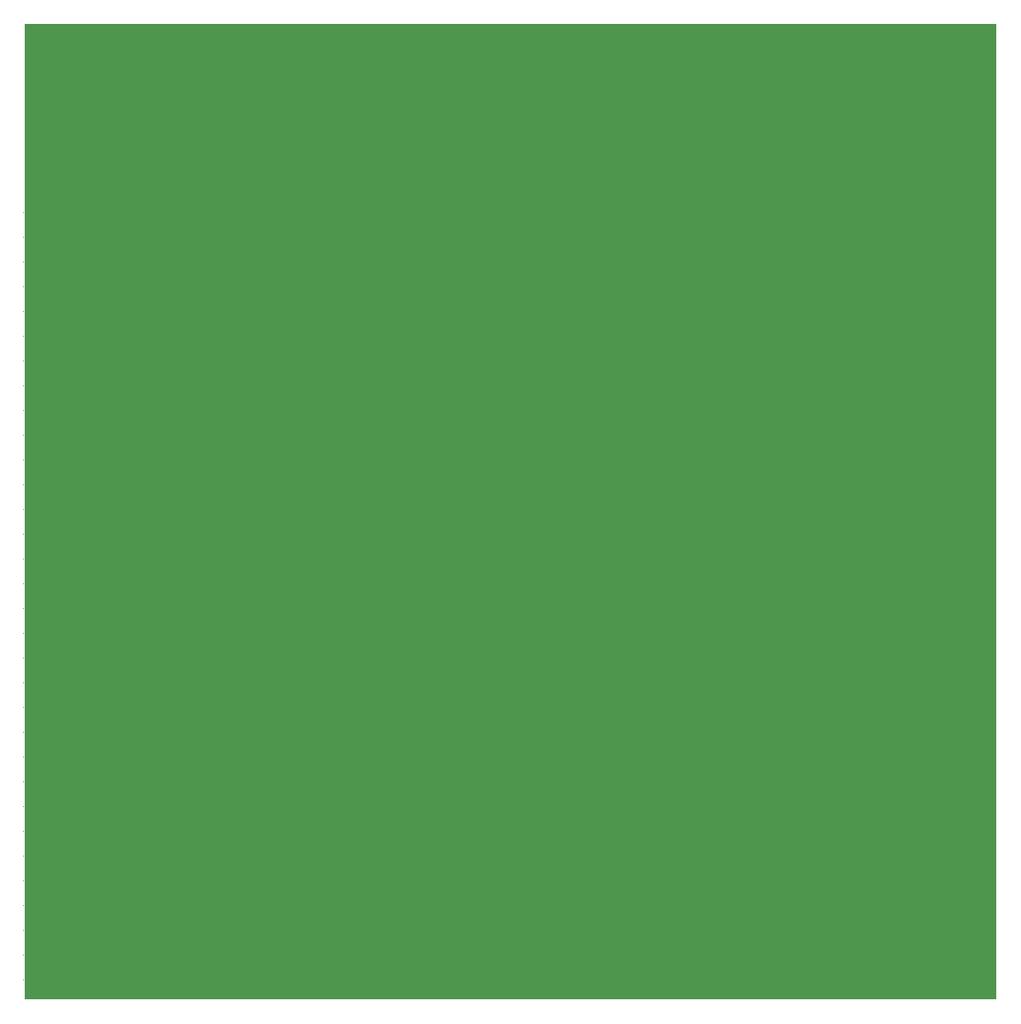
<source format=gbl>
G75*
%MOIN*%
%OFA0B0*%
%FSLAX24Y24*%
%IPPOS*%
%LPD*%
%AMOC8*
5,1,8,0,0,1.08239X$1,22.5*
%
%ADD10R,0.0000X0.0000*%
%ADD11R,3.9300X3.9400*%
D10*
X000150Y000881D03*
X000150Y001881D03*
X000150Y002881D03*
X000150Y003881D03*
X000150Y004881D03*
X000150Y005881D03*
X000150Y006881D03*
X000150Y007881D03*
X000150Y008881D03*
X000150Y009881D03*
X000150Y010881D03*
X000150Y011881D03*
X000150Y012881D03*
X000150Y013881D03*
X000150Y014881D03*
X000150Y015881D03*
X000150Y016881D03*
X000150Y017881D03*
X000150Y018881D03*
X000150Y019881D03*
X000150Y020881D03*
X000150Y021881D03*
X000150Y022881D03*
X000150Y023881D03*
X000150Y024881D03*
X000150Y025881D03*
X000150Y026881D03*
X000150Y027881D03*
X000150Y028881D03*
X000150Y029881D03*
X000150Y030881D03*
X000150Y031881D03*
D11*
X019800Y019800D03*
M02*

</source>
